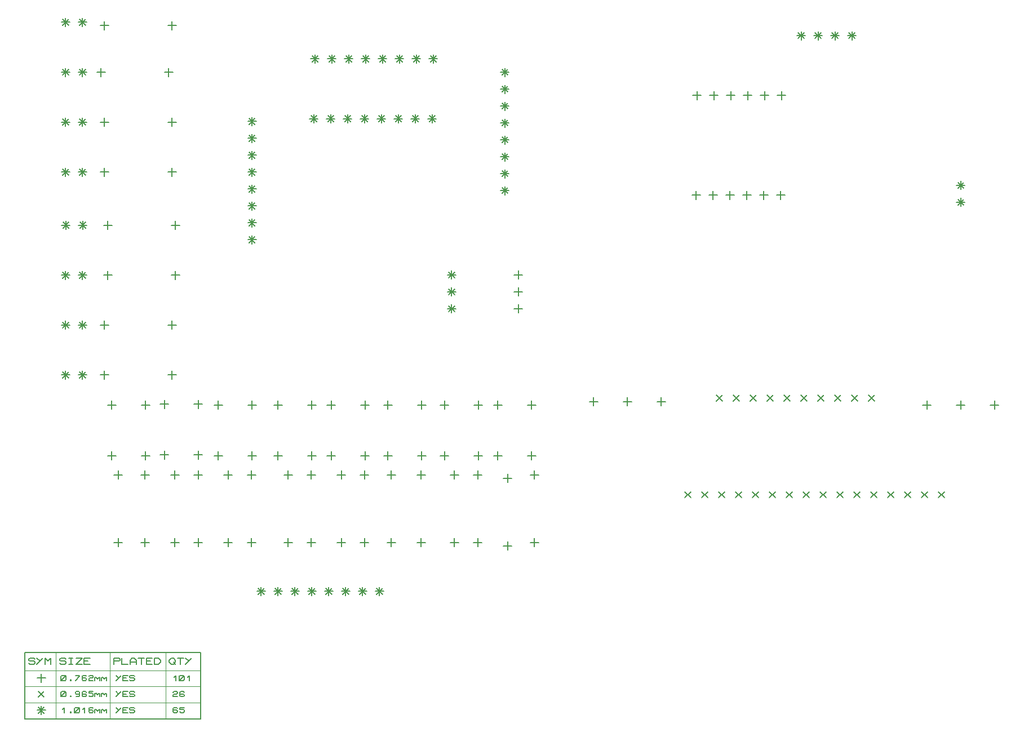
<source format=gbr>
G04 PROTEUS RS274X GERBER FILE*
%FSLAX45Y45*%
%MOMM*%
G01*
%ADD16C,0.203200*%
%ADD71C,0.127000*%
%ADD20C,0.063500*%
D16*
X+550000Y+9313500D02*
X+550000Y+9186500D01*
X+486500Y+9250000D02*
X+613500Y+9250000D01*
X+505099Y+9294901D02*
X+594901Y+9205099D01*
X+505099Y+9205099D02*
X+594901Y+9294901D01*
X+804000Y+9313500D02*
X+804000Y+9186500D01*
X+740500Y+9250000D02*
X+867500Y+9250000D01*
X+759099Y+9294901D02*
X+848901Y+9205099D01*
X+759099Y+9205099D02*
X+848901Y+9294901D01*
X+550000Y+8563500D02*
X+550000Y+8436500D01*
X+486500Y+8500000D02*
X+613500Y+8500000D01*
X+505099Y+8544901D02*
X+594901Y+8455099D01*
X+505099Y+8455099D02*
X+594901Y+8544901D01*
X+804000Y+8563500D02*
X+804000Y+8436500D01*
X+740500Y+8500000D02*
X+867500Y+8500000D01*
X+759099Y+8544901D02*
X+848901Y+8455099D01*
X+759099Y+8455099D02*
X+848901Y+8544901D01*
X+550000Y+7813500D02*
X+550000Y+7686500D01*
X+486500Y+7750000D02*
X+613500Y+7750000D01*
X+505099Y+7794901D02*
X+594901Y+7705099D01*
X+505099Y+7705099D02*
X+594901Y+7794901D01*
X+804000Y+7813500D02*
X+804000Y+7686500D01*
X+740500Y+7750000D02*
X+867500Y+7750000D01*
X+759099Y+7794901D02*
X+848901Y+7705099D01*
X+759099Y+7705099D02*
X+848901Y+7794901D01*
X+550000Y+7063500D02*
X+550000Y+6936500D01*
X+486500Y+7000000D02*
X+613500Y+7000000D01*
X+505099Y+7044901D02*
X+594901Y+6955099D01*
X+505099Y+6955099D02*
X+594901Y+7044901D01*
X+804000Y+7063500D02*
X+804000Y+6936500D01*
X+740500Y+7000000D02*
X+867500Y+7000000D01*
X+759099Y+7044901D02*
X+848901Y+6955099D01*
X+759099Y+6955099D02*
X+848901Y+7044901D01*
X+554000Y+6263500D02*
X+554000Y+6136500D01*
X+490500Y+6200000D02*
X+617500Y+6200000D01*
X+509099Y+6244901D02*
X+598901Y+6155099D01*
X+509099Y+6155099D02*
X+598901Y+6244901D01*
X+808000Y+6263500D02*
X+808000Y+6136500D01*
X+744500Y+6200000D02*
X+871500Y+6200000D01*
X+763099Y+6244901D02*
X+852901Y+6155099D01*
X+763099Y+6155099D02*
X+852901Y+6244901D01*
X+550000Y+5513500D02*
X+550000Y+5386500D01*
X+486500Y+5450000D02*
X+613500Y+5450000D01*
X+505099Y+5494901D02*
X+594901Y+5405099D01*
X+505099Y+5405099D02*
X+594901Y+5494901D01*
X+804000Y+5513500D02*
X+804000Y+5386500D01*
X+740500Y+5450000D02*
X+867500Y+5450000D01*
X+759099Y+5494901D02*
X+848901Y+5405099D01*
X+759099Y+5405099D02*
X+848901Y+5494901D01*
X+550000Y+4763500D02*
X+550000Y+4636500D01*
X+486500Y+4700000D02*
X+613500Y+4700000D01*
X+505099Y+4744901D02*
X+594901Y+4655099D01*
X+505099Y+4655099D02*
X+594901Y+4744901D01*
X+804000Y+4763500D02*
X+804000Y+4636500D01*
X+740500Y+4700000D02*
X+867500Y+4700000D01*
X+759099Y+4744901D02*
X+848901Y+4655099D01*
X+759099Y+4655099D02*
X+848901Y+4744901D01*
X+550000Y+4013500D02*
X+550000Y+3886500D01*
X+486500Y+3950000D02*
X+613500Y+3950000D01*
X+505099Y+3994901D02*
X+594901Y+3905099D01*
X+505099Y+3905099D02*
X+594901Y+3994901D01*
X+804000Y+4013500D02*
X+804000Y+3886500D01*
X+740500Y+3950000D02*
X+867500Y+3950000D01*
X+759099Y+3994901D02*
X+848901Y+3905099D01*
X+759099Y+3905099D02*
X+848901Y+3994901D01*
X+10021300Y+6714900D02*
X+10021300Y+6587900D01*
X+9957800Y+6651400D02*
X+10084800Y+6651400D01*
X+10275300Y+6714900D02*
X+10275300Y+6587900D01*
X+10211800Y+6651400D02*
X+10338800Y+6651400D01*
X+10529300Y+6714900D02*
X+10529300Y+6587900D01*
X+10465800Y+6651400D02*
X+10592800Y+6651400D01*
X+10783300Y+6714900D02*
X+10783300Y+6587900D01*
X+10719800Y+6651400D02*
X+10846800Y+6651400D01*
X+11037300Y+6714900D02*
X+11037300Y+6587900D01*
X+10973800Y+6651400D02*
X+11100800Y+6651400D01*
X+11291300Y+6714900D02*
X+11291300Y+6587900D01*
X+11227800Y+6651400D02*
X+11354800Y+6651400D01*
X+10034000Y+8213500D02*
X+10034000Y+8086500D01*
X+9970500Y+8150000D02*
X+10097500Y+8150000D01*
X+10288000Y+8213500D02*
X+10288000Y+8086500D01*
X+10224500Y+8150000D02*
X+10351500Y+8150000D01*
X+10542000Y+8213500D02*
X+10542000Y+8086500D01*
X+10478500Y+8150000D02*
X+10605500Y+8150000D01*
X+10796000Y+8213500D02*
X+10796000Y+8086500D01*
X+10732500Y+8150000D02*
X+10859500Y+8150000D01*
X+11050000Y+8213500D02*
X+11050000Y+8086500D01*
X+10986500Y+8150000D02*
X+11113500Y+8150000D01*
X+11304000Y+8213500D02*
X+11304000Y+8086500D01*
X+11240500Y+8150000D02*
X+11367500Y+8150000D01*
X+7150000Y+8563500D02*
X+7150000Y+8436500D01*
X+7086500Y+8500000D02*
X+7213500Y+8500000D01*
X+7105099Y+8544901D02*
X+7194901Y+8455099D01*
X+7105099Y+8455099D02*
X+7194901Y+8544901D01*
X+7150000Y+8309500D02*
X+7150000Y+8182500D01*
X+7086500Y+8246000D02*
X+7213500Y+8246000D01*
X+7105099Y+8290901D02*
X+7194901Y+8201099D01*
X+7105099Y+8201099D02*
X+7194901Y+8290901D01*
X+7150000Y+8055500D02*
X+7150000Y+7928500D01*
X+7086500Y+7992000D02*
X+7213500Y+7992000D01*
X+7105099Y+8036901D02*
X+7194901Y+7947099D01*
X+7105099Y+7947099D02*
X+7194901Y+8036901D01*
X+7150000Y+7801500D02*
X+7150000Y+7674500D01*
X+7086500Y+7738000D02*
X+7213500Y+7738000D01*
X+7105099Y+7782901D02*
X+7194901Y+7693099D01*
X+7105099Y+7693099D02*
X+7194901Y+7782901D01*
X+7150000Y+7547500D02*
X+7150000Y+7420500D01*
X+7086500Y+7484000D02*
X+7213500Y+7484000D01*
X+7105099Y+7528901D02*
X+7194901Y+7439099D01*
X+7105099Y+7439099D02*
X+7194901Y+7528901D01*
X+7150000Y+7293500D02*
X+7150000Y+7166500D01*
X+7086500Y+7230000D02*
X+7213500Y+7230000D01*
X+7105099Y+7274901D02*
X+7194901Y+7185099D01*
X+7105099Y+7185099D02*
X+7194901Y+7274901D01*
X+7150000Y+7039500D02*
X+7150000Y+6912500D01*
X+7086500Y+6976000D02*
X+7213500Y+6976000D01*
X+7105099Y+7020901D02*
X+7194901Y+6931099D01*
X+7105099Y+6931099D02*
X+7194901Y+7020901D01*
X+7150000Y+6785500D02*
X+7150000Y+6658500D01*
X+7086500Y+6722000D02*
X+7213500Y+6722000D01*
X+7105099Y+6766901D02*
X+7194901Y+6677099D01*
X+7105099Y+6677099D02*
X+7194901Y+6766901D01*
X+11600000Y+9113500D02*
X+11600000Y+8986500D01*
X+11536500Y+9050000D02*
X+11663500Y+9050000D01*
X+11555099Y+9094901D02*
X+11644901Y+9005099D01*
X+11555099Y+9005099D02*
X+11644901Y+9094901D01*
X+11854000Y+9113500D02*
X+11854000Y+8986500D01*
X+11790500Y+9050000D02*
X+11917500Y+9050000D01*
X+11809099Y+9094901D02*
X+11898901Y+9005099D01*
X+11809099Y+9005099D02*
X+11898901Y+9094901D01*
X+12108000Y+9113500D02*
X+12108000Y+8986500D01*
X+12044500Y+9050000D02*
X+12171500Y+9050000D01*
X+12063099Y+9094901D02*
X+12152901Y+9005099D01*
X+12063099Y+9005099D02*
X+12152901Y+9094901D01*
X+12362000Y+9113500D02*
X+12362000Y+8986500D01*
X+12298500Y+9050000D02*
X+12425500Y+9050000D01*
X+12317099Y+9094901D02*
X+12406901Y+9005099D01*
X+12317099Y+9005099D02*
X+12406901Y+9094901D01*
X+6058000Y+7863500D02*
X+6058000Y+7736500D01*
X+5994500Y+7800000D02*
X+6121500Y+7800000D01*
X+6013099Y+7844901D02*
X+6102901Y+7755099D01*
X+6013099Y+7755099D02*
X+6102901Y+7844901D01*
X+5804000Y+7863500D02*
X+5804000Y+7736500D01*
X+5740500Y+7800000D02*
X+5867500Y+7800000D01*
X+5759099Y+7844901D02*
X+5848901Y+7755099D01*
X+5759099Y+7755099D02*
X+5848901Y+7844901D01*
X+5550000Y+7863500D02*
X+5550000Y+7736500D01*
X+5486500Y+7800000D02*
X+5613500Y+7800000D01*
X+5505099Y+7844901D02*
X+5594901Y+7755099D01*
X+5505099Y+7755099D02*
X+5594901Y+7844901D01*
X+5296000Y+7863500D02*
X+5296000Y+7736500D01*
X+5232500Y+7800000D02*
X+5359500Y+7800000D01*
X+5251099Y+7844901D02*
X+5340901Y+7755099D01*
X+5251099Y+7755099D02*
X+5340901Y+7844901D01*
X+5042000Y+7863500D02*
X+5042000Y+7736500D01*
X+4978500Y+7800000D02*
X+5105500Y+7800000D01*
X+4997099Y+7844901D02*
X+5086901Y+7755099D01*
X+4997099Y+7755099D02*
X+5086901Y+7844901D01*
X+4788000Y+7863500D02*
X+4788000Y+7736500D01*
X+4724500Y+7800000D02*
X+4851500Y+7800000D01*
X+4743099Y+7844901D02*
X+4832901Y+7755099D01*
X+4743099Y+7755099D02*
X+4832901Y+7844901D01*
X+4534000Y+7863500D02*
X+4534000Y+7736500D01*
X+4470500Y+7800000D02*
X+4597500Y+7800000D01*
X+4489099Y+7844901D02*
X+4578901Y+7755099D01*
X+4489099Y+7755099D02*
X+4578901Y+7844901D01*
X+4280000Y+7863500D02*
X+4280000Y+7736500D01*
X+4216500Y+7800000D02*
X+4343500Y+7800000D01*
X+4235099Y+7844901D02*
X+4324901Y+7755099D01*
X+4235099Y+7755099D02*
X+4324901Y+7844901D01*
X+4296000Y+8763500D02*
X+4296000Y+8636500D01*
X+4232500Y+8700000D02*
X+4359500Y+8700000D01*
X+4251099Y+8744901D02*
X+4340901Y+8655099D01*
X+4251099Y+8655099D02*
X+4340901Y+8744901D01*
X+4550000Y+8763500D02*
X+4550000Y+8636500D01*
X+4486500Y+8700000D02*
X+4613500Y+8700000D01*
X+4505099Y+8744901D02*
X+4594901Y+8655099D01*
X+4505099Y+8655099D02*
X+4594901Y+8744901D01*
X+4804000Y+8763500D02*
X+4804000Y+8636500D01*
X+4740500Y+8700000D02*
X+4867500Y+8700000D01*
X+4759099Y+8744901D02*
X+4848901Y+8655099D01*
X+4759099Y+8655099D02*
X+4848901Y+8744901D01*
X+5058000Y+8763500D02*
X+5058000Y+8636500D01*
X+4994500Y+8700000D02*
X+5121500Y+8700000D01*
X+5013099Y+8744901D02*
X+5102901Y+8655099D01*
X+5013099Y+8655099D02*
X+5102901Y+8744901D01*
X+5312000Y+8763500D02*
X+5312000Y+8636500D01*
X+5248500Y+8700000D02*
X+5375500Y+8700000D01*
X+5267099Y+8744901D02*
X+5356901Y+8655099D01*
X+5267099Y+8655099D02*
X+5356901Y+8744901D01*
X+5566000Y+8763500D02*
X+5566000Y+8636500D01*
X+5502500Y+8700000D02*
X+5629500Y+8700000D01*
X+5521099Y+8744901D02*
X+5610901Y+8655099D01*
X+5521099Y+8655099D02*
X+5610901Y+8744901D01*
X+5820000Y+8763500D02*
X+5820000Y+8636500D01*
X+5756500Y+8700000D02*
X+5883500Y+8700000D01*
X+5775099Y+8744901D02*
X+5864901Y+8655099D01*
X+5775099Y+8655099D02*
X+5864901Y+8744901D01*
X+6074000Y+8763500D02*
X+6074000Y+8636500D01*
X+6010500Y+8700000D02*
X+6137500Y+8700000D01*
X+6029099Y+8744901D02*
X+6118901Y+8655099D01*
X+6029099Y+8655099D02*
X+6118901Y+8744901D01*
X+9851099Y+2194901D02*
X+9940901Y+2105099D01*
X+9851099Y+2105099D02*
X+9940901Y+2194901D01*
X+10105099Y+2194901D02*
X+10194901Y+2105099D01*
X+10105099Y+2105099D02*
X+10194901Y+2194901D01*
X+10359099Y+2194901D02*
X+10448901Y+2105099D01*
X+10359099Y+2105099D02*
X+10448901Y+2194901D01*
X+10613099Y+2194901D02*
X+10702901Y+2105099D01*
X+10613099Y+2105099D02*
X+10702901Y+2194901D01*
X+10867099Y+2194901D02*
X+10956901Y+2105099D01*
X+10867099Y+2105099D02*
X+10956901Y+2194901D01*
X+11121099Y+2194901D02*
X+11210901Y+2105099D01*
X+11121099Y+2105099D02*
X+11210901Y+2194901D01*
X+11375099Y+2194901D02*
X+11464901Y+2105099D01*
X+11375099Y+2105099D02*
X+11464901Y+2194901D01*
X+11629099Y+2194901D02*
X+11718901Y+2105099D01*
X+11629099Y+2105099D02*
X+11718901Y+2194901D01*
X+11883099Y+2194901D02*
X+11972901Y+2105099D01*
X+11883099Y+2105099D02*
X+11972901Y+2194901D01*
X+12137099Y+2194901D02*
X+12226901Y+2105099D01*
X+12137099Y+2105099D02*
X+12226901Y+2194901D01*
X+12391099Y+2194901D02*
X+12480901Y+2105099D01*
X+12391099Y+2105099D02*
X+12480901Y+2194901D01*
X+12645099Y+2194901D02*
X+12734901Y+2105099D01*
X+12645099Y+2105099D02*
X+12734901Y+2194901D01*
X+12899099Y+2194901D02*
X+12988901Y+2105099D01*
X+12899099Y+2105099D02*
X+12988901Y+2194901D01*
X+13153099Y+2194901D02*
X+13242901Y+2105099D01*
X+13153099Y+2105099D02*
X+13242901Y+2194901D01*
X+13407099Y+2194901D02*
X+13496901Y+2105099D01*
X+13407099Y+2105099D02*
X+13496901Y+2194901D01*
X+13661099Y+2194901D02*
X+13750901Y+2105099D01*
X+13661099Y+2105099D02*
X+13750901Y+2194901D01*
X+12613099Y+3644901D02*
X+12702901Y+3555099D01*
X+12613099Y+3555099D02*
X+12702901Y+3644901D01*
X+12359099Y+3644901D02*
X+12448901Y+3555099D01*
X+12359099Y+3555099D02*
X+12448901Y+3644901D01*
X+12105099Y+3644901D02*
X+12194901Y+3555099D01*
X+12105099Y+3555099D02*
X+12194901Y+3644901D01*
X+11851099Y+3644901D02*
X+11940901Y+3555099D01*
X+11851099Y+3555099D02*
X+11940901Y+3644901D01*
X+11597099Y+3644901D02*
X+11686901Y+3555099D01*
X+11597099Y+3555099D02*
X+11686901Y+3644901D01*
X+11343099Y+3644901D02*
X+11432901Y+3555099D01*
X+11343099Y+3555099D02*
X+11432901Y+3644901D01*
X+11089099Y+3644901D02*
X+11178901Y+3555099D01*
X+11089099Y+3555099D02*
X+11178901Y+3644901D01*
X+10835099Y+3644901D02*
X+10924901Y+3555099D01*
X+10835099Y+3555099D02*
X+10924901Y+3644901D01*
X+10581099Y+3644901D02*
X+10670901Y+3555099D01*
X+10581099Y+3555099D02*
X+10670901Y+3644901D01*
X+10327099Y+3644901D02*
X+10416901Y+3555099D01*
X+10327099Y+3555099D02*
X+10416901Y+3644901D01*
X+14000000Y+6863500D02*
X+14000000Y+6736500D01*
X+13936500Y+6800000D02*
X+14063500Y+6800000D01*
X+13955099Y+6844901D02*
X+14044901Y+6755099D01*
X+13955099Y+6755099D02*
X+14044901Y+6844901D01*
X+14000000Y+6609500D02*
X+14000000Y+6482500D01*
X+13936500Y+6546000D02*
X+14063500Y+6546000D01*
X+13955099Y+6590901D02*
X+14044901Y+6501099D01*
X+13955099Y+6501099D02*
X+14044901Y+6590901D01*
X+6350000Y+5009500D02*
X+6350000Y+4882500D01*
X+6286500Y+4946000D02*
X+6413500Y+4946000D01*
X+6305099Y+4990901D02*
X+6394901Y+4901099D01*
X+6305099Y+4901099D02*
X+6394901Y+4990901D01*
X+6350000Y+5263500D02*
X+6350000Y+5136500D01*
X+6286500Y+5200000D02*
X+6413500Y+5200000D01*
X+6305099Y+5244901D02*
X+6394901Y+5155099D01*
X+6305099Y+5155099D02*
X+6394901Y+5244901D01*
X+6350000Y+5517500D02*
X+6350000Y+5390500D01*
X+6286500Y+5454000D02*
X+6413500Y+5454000D01*
X+6305099Y+5498901D02*
X+6394901Y+5409099D01*
X+6305099Y+5409099D02*
X+6394901Y+5498901D01*
X+3350000Y+7825500D02*
X+3350000Y+7698500D01*
X+3286500Y+7762000D02*
X+3413500Y+7762000D01*
X+3305099Y+7806901D02*
X+3394901Y+7717099D01*
X+3305099Y+7717099D02*
X+3394901Y+7806901D01*
X+3350000Y+7571500D02*
X+3350000Y+7444500D01*
X+3286500Y+7508000D02*
X+3413500Y+7508000D01*
X+3305099Y+7552901D02*
X+3394901Y+7463099D01*
X+3305099Y+7463099D02*
X+3394901Y+7552901D01*
X+3350000Y+7317500D02*
X+3350000Y+7190500D01*
X+3286500Y+7254000D02*
X+3413500Y+7254000D01*
X+3305099Y+7298901D02*
X+3394901Y+7209099D01*
X+3305099Y+7209099D02*
X+3394901Y+7298901D01*
X+3350000Y+7063500D02*
X+3350000Y+6936500D01*
X+3286500Y+7000000D02*
X+3413500Y+7000000D01*
X+3305099Y+7044901D02*
X+3394901Y+6955099D01*
X+3305099Y+6955099D02*
X+3394901Y+7044901D01*
X+3350000Y+6809500D02*
X+3350000Y+6682500D01*
X+3286500Y+6746000D02*
X+3413500Y+6746000D01*
X+3305099Y+6790901D02*
X+3394901Y+6701099D01*
X+3305099Y+6701099D02*
X+3394901Y+6790901D01*
X+3350000Y+6555500D02*
X+3350000Y+6428500D01*
X+3286500Y+6492000D02*
X+3413500Y+6492000D01*
X+3305099Y+6536901D02*
X+3394901Y+6447099D01*
X+3305099Y+6447099D02*
X+3394901Y+6536901D01*
X+3350000Y+6301500D02*
X+3350000Y+6174500D01*
X+3286500Y+6238000D02*
X+3413500Y+6238000D01*
X+3305099Y+6282901D02*
X+3394901Y+6193099D01*
X+3305099Y+6193099D02*
X+3394901Y+6282901D01*
X+3350000Y+6047500D02*
X+3350000Y+5920500D01*
X+3286500Y+5984000D02*
X+3413500Y+5984000D01*
X+3305099Y+6028901D02*
X+3394901Y+5939099D01*
X+3305099Y+5939099D02*
X+3394901Y+6028901D01*
X+5266000Y+763500D02*
X+5266000Y+636500D01*
X+5202500Y+700000D02*
X+5329500Y+700000D01*
X+5221099Y+744901D02*
X+5310901Y+655099D01*
X+5221099Y+655099D02*
X+5310901Y+744901D01*
X+5012000Y+763500D02*
X+5012000Y+636500D01*
X+4948500Y+700000D02*
X+5075500Y+700000D01*
X+4967099Y+744901D02*
X+5056901Y+655099D01*
X+4967099Y+655099D02*
X+5056901Y+744901D01*
X+4758000Y+763500D02*
X+4758000Y+636500D01*
X+4694500Y+700000D02*
X+4821500Y+700000D01*
X+4713099Y+744901D02*
X+4802901Y+655099D01*
X+4713099Y+655099D02*
X+4802901Y+744901D01*
X+4504000Y+763500D02*
X+4504000Y+636500D01*
X+4440500Y+700000D02*
X+4567500Y+700000D01*
X+4459099Y+744901D02*
X+4548901Y+655099D01*
X+4459099Y+655099D02*
X+4548901Y+744901D01*
X+4250000Y+763500D02*
X+4250000Y+636500D01*
X+4186500Y+700000D02*
X+4313500Y+700000D01*
X+4205099Y+744901D02*
X+4294901Y+655099D01*
X+4205099Y+655099D02*
X+4294901Y+744901D01*
X+3996000Y+763500D02*
X+3996000Y+636500D01*
X+3932500Y+700000D02*
X+4059500Y+700000D01*
X+3951099Y+744901D02*
X+4040901Y+655099D01*
X+3951099Y+655099D02*
X+4040901Y+744901D01*
X+3742000Y+763500D02*
X+3742000Y+636500D01*
X+3678500Y+700000D02*
X+3805500Y+700000D01*
X+3697099Y+744901D02*
X+3786901Y+655099D01*
X+3697099Y+655099D02*
X+3786901Y+744901D01*
X+3488000Y+763500D02*
X+3488000Y+636500D01*
X+3424500Y+700000D02*
X+3551500Y+700000D01*
X+3443099Y+744901D02*
X+3532901Y+655099D01*
X+3443099Y+655099D02*
X+3532901Y+744901D01*
X+1242000Y+3563500D02*
X+1242000Y+3436500D01*
X+1178500Y+3500000D02*
X+1305500Y+3500000D01*
X+1750000Y+3563500D02*
X+1750000Y+3436500D01*
X+1686500Y+3500000D02*
X+1813500Y+3500000D01*
X+1242000Y+2801500D02*
X+1242000Y+2674500D01*
X+1178500Y+2738000D02*
X+1305500Y+2738000D01*
X+1750000Y+2801500D02*
X+1750000Y+2674500D01*
X+1686500Y+2738000D02*
X+1813500Y+2738000D01*
X+2034000Y+3575500D02*
X+2034000Y+3448500D01*
X+1970500Y+3512000D02*
X+2097500Y+3512000D01*
X+2542000Y+3575500D02*
X+2542000Y+3448500D01*
X+2478500Y+3512000D02*
X+2605500Y+3512000D01*
X+2034000Y+2813500D02*
X+2034000Y+2686500D01*
X+1970500Y+2750000D02*
X+2097500Y+2750000D01*
X+2542000Y+2813500D02*
X+2542000Y+2686500D01*
X+2478500Y+2750000D02*
X+2605500Y+2750000D01*
X+2842000Y+3563500D02*
X+2842000Y+3436500D01*
X+2778500Y+3500000D02*
X+2905500Y+3500000D01*
X+3350000Y+3563500D02*
X+3350000Y+3436500D01*
X+3286500Y+3500000D02*
X+3413500Y+3500000D01*
X+2842000Y+2801500D02*
X+2842000Y+2674500D01*
X+2778500Y+2738000D02*
X+2905500Y+2738000D01*
X+3350000Y+2801500D02*
X+3350000Y+2674500D01*
X+3286500Y+2738000D02*
X+3413500Y+2738000D01*
X+3742000Y+3563500D02*
X+3742000Y+3436500D01*
X+3678500Y+3500000D02*
X+3805500Y+3500000D01*
X+4250000Y+3563500D02*
X+4250000Y+3436500D01*
X+4186500Y+3500000D02*
X+4313500Y+3500000D01*
X+3742000Y+2801500D02*
X+3742000Y+2674500D01*
X+3678500Y+2738000D02*
X+3805500Y+2738000D01*
X+4250000Y+2801500D02*
X+4250000Y+2674500D01*
X+4186500Y+2738000D02*
X+4313500Y+2738000D01*
X+4542000Y+3563500D02*
X+4542000Y+3436500D01*
X+4478500Y+3500000D02*
X+4605500Y+3500000D01*
X+5050000Y+3563500D02*
X+5050000Y+3436500D01*
X+4986500Y+3500000D02*
X+5113500Y+3500000D01*
X+4542000Y+2801500D02*
X+4542000Y+2674500D01*
X+4478500Y+2738000D02*
X+4605500Y+2738000D01*
X+5050000Y+2801500D02*
X+5050000Y+2674500D01*
X+4986500Y+2738000D02*
X+5113500Y+2738000D01*
X+5392000Y+3563500D02*
X+5392000Y+3436500D01*
X+5328500Y+3500000D02*
X+5455500Y+3500000D01*
X+5900000Y+3563500D02*
X+5900000Y+3436500D01*
X+5836500Y+3500000D02*
X+5963500Y+3500000D01*
X+5392000Y+2801500D02*
X+5392000Y+2674500D01*
X+5328500Y+2738000D02*
X+5455500Y+2738000D01*
X+5900000Y+2801500D02*
X+5900000Y+2674500D01*
X+5836500Y+2738000D02*
X+5963500Y+2738000D01*
X+6242000Y+3563500D02*
X+6242000Y+3436500D01*
X+6178500Y+3500000D02*
X+6305500Y+3500000D01*
X+6750000Y+3563500D02*
X+6750000Y+3436500D01*
X+6686500Y+3500000D02*
X+6813500Y+3500000D01*
X+6242000Y+2801500D02*
X+6242000Y+2674500D01*
X+6178500Y+2738000D02*
X+6305500Y+2738000D01*
X+6750000Y+2801500D02*
X+6750000Y+2674500D01*
X+6686500Y+2738000D02*
X+6813500Y+2738000D01*
X+7042000Y+3563500D02*
X+7042000Y+3436500D01*
X+6978500Y+3500000D02*
X+7105500Y+3500000D01*
X+7550000Y+3563500D02*
X+7550000Y+3436500D01*
X+7486500Y+3500000D02*
X+7613500Y+3500000D01*
X+7042000Y+2801500D02*
X+7042000Y+2674500D01*
X+6978500Y+2738000D02*
X+7105500Y+2738000D01*
X+7550000Y+2801500D02*
X+7550000Y+2674500D01*
X+7486500Y+2738000D02*
X+7613500Y+2738000D01*
X+2150000Y+4013500D02*
X+2150000Y+3886500D01*
X+2086500Y+3950000D02*
X+2213500Y+3950000D01*
X+1134000Y+4013500D02*
X+1134000Y+3886500D01*
X+1070500Y+3950000D02*
X+1197500Y+3950000D01*
X+2150000Y+4763500D02*
X+2150000Y+4636500D01*
X+2086500Y+4700000D02*
X+2213500Y+4700000D01*
X+1134000Y+4763500D02*
X+1134000Y+4636500D01*
X+1070500Y+4700000D02*
X+1197500Y+4700000D01*
X+2200000Y+5513500D02*
X+2200000Y+5386500D01*
X+2136500Y+5450000D02*
X+2263500Y+5450000D01*
X+1184000Y+5513500D02*
X+1184000Y+5386500D01*
X+1120500Y+5450000D02*
X+1247500Y+5450000D01*
X+2200000Y+6263500D02*
X+2200000Y+6136500D01*
X+2136500Y+6200000D02*
X+2263500Y+6200000D01*
X+1184000Y+6263500D02*
X+1184000Y+6136500D01*
X+1120500Y+6200000D02*
X+1247500Y+6200000D01*
X+2150000Y+7063500D02*
X+2150000Y+6936500D01*
X+2086500Y+7000000D02*
X+2213500Y+7000000D01*
X+1134000Y+7063500D02*
X+1134000Y+6936500D01*
X+1070500Y+7000000D02*
X+1197500Y+7000000D01*
X+2150000Y+7813500D02*
X+2150000Y+7686500D01*
X+2086500Y+7750000D02*
X+2213500Y+7750000D01*
X+1134000Y+7813500D02*
X+1134000Y+7686500D01*
X+1070500Y+7750000D02*
X+1197500Y+7750000D01*
X+2100000Y+8563500D02*
X+2100000Y+8436500D01*
X+2036500Y+8500000D02*
X+2163500Y+8500000D01*
X+1084000Y+8563500D02*
X+1084000Y+8436500D01*
X+1020500Y+8500000D02*
X+1147500Y+8500000D01*
X+2150000Y+9263500D02*
X+2150000Y+9136500D01*
X+2086500Y+9200000D02*
X+2213500Y+9200000D01*
X+1134000Y+9263500D02*
X+1134000Y+9136500D01*
X+1070500Y+9200000D02*
X+1197500Y+9200000D01*
X+7192000Y+2463500D02*
X+7192000Y+2336500D01*
X+7128500Y+2400000D02*
X+7255500Y+2400000D01*
X+7192000Y+1447500D02*
X+7192000Y+1320500D01*
X+7128500Y+1384000D02*
X+7255500Y+1384000D01*
X+6392000Y+2513500D02*
X+6392000Y+2386500D01*
X+6328500Y+2450000D02*
X+6455500Y+2450000D01*
X+6392000Y+1497500D02*
X+6392000Y+1370500D01*
X+6328500Y+1434000D02*
X+6455500Y+1434000D01*
X+5892000Y+2513500D02*
X+5892000Y+2386500D01*
X+5828500Y+2450000D02*
X+5955500Y+2450000D01*
X+5892000Y+1497500D02*
X+5892000Y+1370500D01*
X+5828500Y+1434000D02*
X+5955500Y+1434000D01*
X+5042000Y+2513500D02*
X+5042000Y+2386500D01*
X+4978500Y+2450000D02*
X+5105500Y+2450000D01*
X+5042000Y+1497500D02*
X+5042000Y+1370500D01*
X+4978500Y+1434000D02*
X+5105500Y+1434000D01*
X+4242000Y+2513500D02*
X+4242000Y+2386500D01*
X+4178500Y+2450000D02*
X+4305500Y+2450000D01*
X+4242000Y+1497500D02*
X+4242000Y+1370500D01*
X+4178500Y+1434000D02*
X+4305500Y+1434000D01*
X+3342000Y+2513500D02*
X+3342000Y+2386500D01*
X+3278500Y+2450000D02*
X+3405500Y+2450000D01*
X+3342000Y+1497500D02*
X+3342000Y+1370500D01*
X+3278500Y+1434000D02*
X+3405500Y+1434000D01*
X+2542000Y+2513500D02*
X+2542000Y+2386500D01*
X+2478500Y+2450000D02*
X+2605500Y+2450000D01*
X+2542000Y+1497500D02*
X+2542000Y+1370500D01*
X+2478500Y+1434000D02*
X+2605500Y+1434000D01*
X+1342000Y+2513500D02*
X+1342000Y+2386500D01*
X+1278500Y+2450000D02*
X+1405500Y+2450000D01*
X+1342000Y+1497500D02*
X+1342000Y+1370500D01*
X+1278500Y+1434000D02*
X+1405500Y+1434000D01*
X+1742000Y+2513500D02*
X+1742000Y+2386500D01*
X+1678500Y+2450000D02*
X+1805500Y+2450000D01*
X+1742000Y+1497500D02*
X+1742000Y+1370500D01*
X+1678500Y+1434000D02*
X+1805500Y+1434000D01*
X+2192000Y+2513500D02*
X+2192000Y+2386500D01*
X+2128500Y+2450000D02*
X+2255500Y+2450000D01*
X+2192000Y+1497500D02*
X+2192000Y+1370500D01*
X+2128500Y+1434000D02*
X+2255500Y+1434000D01*
X+2992000Y+2513500D02*
X+2992000Y+2386500D01*
X+2928500Y+2450000D02*
X+3055500Y+2450000D01*
X+2992000Y+1497500D02*
X+2992000Y+1370500D01*
X+2928500Y+1434000D02*
X+3055500Y+1434000D01*
X+3892000Y+2513500D02*
X+3892000Y+2386500D01*
X+3828500Y+2450000D02*
X+3955500Y+2450000D01*
X+3892000Y+1497500D02*
X+3892000Y+1370500D01*
X+3828500Y+1434000D02*
X+3955500Y+1434000D01*
X+4692000Y+2513500D02*
X+4692000Y+2386500D01*
X+4628500Y+2450000D02*
X+4755500Y+2450000D01*
X+4692000Y+1497500D02*
X+4692000Y+1370500D01*
X+4628500Y+1434000D02*
X+4755500Y+1434000D01*
X+5442000Y+2513500D02*
X+5442000Y+2386500D01*
X+5378500Y+2450000D02*
X+5505500Y+2450000D01*
X+5442000Y+1497500D02*
X+5442000Y+1370500D01*
X+5378500Y+1434000D02*
X+5505500Y+1434000D01*
X+6742000Y+2513500D02*
X+6742000Y+2386500D01*
X+6678500Y+2450000D02*
X+6805500Y+2450000D01*
X+6742000Y+1497500D02*
X+6742000Y+1370500D01*
X+6678500Y+1434000D02*
X+6805500Y+1434000D01*
X+7592000Y+2513500D02*
X+7592000Y+2386500D01*
X+7528500Y+2450000D02*
X+7655500Y+2450000D01*
X+7592000Y+1497500D02*
X+7592000Y+1370500D01*
X+7528500Y+1434000D02*
X+7655500Y+1434000D01*
X+8484000Y+3613500D02*
X+8484000Y+3486500D01*
X+8420500Y+3550000D02*
X+8547500Y+3550000D01*
X+8992000Y+3613500D02*
X+8992000Y+3486500D01*
X+8928500Y+3550000D02*
X+9055500Y+3550000D01*
X+9500000Y+3613500D02*
X+9500000Y+3486500D01*
X+9436500Y+3550000D02*
X+9563500Y+3550000D01*
X+13492000Y+3563500D02*
X+13492000Y+3436500D01*
X+13428500Y+3500000D02*
X+13555500Y+3500000D01*
X+14000000Y+3563500D02*
X+14000000Y+3436500D01*
X+13936500Y+3500000D02*
X+14063500Y+3500000D01*
X+14508000Y+3563500D02*
X+14508000Y+3436500D01*
X+14444500Y+3500000D02*
X+14571500Y+3500000D01*
X+7350000Y+5517500D02*
X+7350000Y+5390500D01*
X+7286500Y+5454000D02*
X+7413500Y+5454000D01*
X+7350000Y+5263500D02*
X+7350000Y+5136500D01*
X+7286500Y+5200000D02*
X+7413500Y+5200000D01*
X+7350000Y+5009500D02*
X+7350000Y+4882500D01*
X+7286500Y+4946000D02*
X+7413500Y+4946000D01*
D71*
X-62700Y-1220000D02*
X+2581440Y-1220000D01*
X+2581440Y-216700D01*
X-62700Y-216700D01*
X-62700Y-1220000D01*
D20*
X+404662Y-216700D02*
X+404662Y-1220000D01*
X+1217462Y-216700D02*
X+1217462Y-1220000D01*
X+2050582Y-216700D02*
X+2050582Y-1220000D01*
X-62700Y-489750D02*
X+2581440Y-489750D01*
X-62700Y-731050D02*
X+2581440Y-731050D01*
X-62700Y-972350D02*
X+2581440Y-972350D01*
D71*
X-5550Y-380530D02*
X+9690Y-395770D01*
X+70650Y-395770D01*
X+85890Y-380530D01*
X+85890Y-365290D01*
X+70650Y-350050D01*
X+9690Y-350050D01*
X-5550Y-334810D01*
X-5550Y-319570D01*
X+9690Y-304330D01*
X+70650Y-304330D01*
X+85890Y-319570D01*
X+207810Y-304330D02*
X+116370Y-395770D01*
X+116370Y-304330D02*
X+162090Y-350050D01*
X+238290Y-395770D02*
X+238290Y-304330D01*
X+284010Y-350050D01*
X+329730Y-304330D01*
X+329730Y-395770D01*
X+461810Y-380530D02*
X+477050Y-395770D01*
X+538010Y-395770D01*
X+553250Y-380530D01*
X+553250Y-365290D01*
X+538010Y-350050D01*
X+477050Y-350050D01*
X+461810Y-334810D01*
X+461810Y-319570D01*
X+477050Y-304330D01*
X+538010Y-304330D01*
X+553250Y-319570D01*
X+598970Y-304330D02*
X+659930Y-304330D01*
X+629450Y-304330D02*
X+629450Y-395770D01*
X+598970Y-395770D02*
X+659930Y-395770D01*
X+705650Y-304330D02*
X+797090Y-304330D01*
X+705650Y-395770D01*
X+797090Y-395770D01*
X+919010Y-395770D02*
X+827570Y-395770D01*
X+827570Y-304330D01*
X+919010Y-304330D01*
X+827570Y-350050D02*
X+888530Y-350050D01*
X+1274610Y-395770D02*
X+1274610Y-304330D01*
X+1350810Y-304330D01*
X+1366050Y-319570D01*
X+1366050Y-334810D01*
X+1350810Y-350050D01*
X+1274610Y-350050D01*
X+1396530Y-304330D02*
X+1396530Y-395770D01*
X+1487970Y-395770D01*
X+1518450Y-395770D02*
X+1518450Y-334810D01*
X+1548930Y-304330D01*
X+1579410Y-304330D01*
X+1609890Y-334810D01*
X+1609890Y-395770D01*
X+1518450Y-365290D02*
X+1609890Y-365290D01*
X+1640370Y-304330D02*
X+1731810Y-304330D01*
X+1686090Y-304330D02*
X+1686090Y-395770D01*
X+1853730Y-395770D02*
X+1762290Y-395770D01*
X+1762290Y-304330D01*
X+1853730Y-304330D01*
X+1762290Y-350050D02*
X+1823250Y-350050D01*
X+1884210Y-395770D02*
X+1884210Y-304330D01*
X+1945170Y-304330D01*
X+1975650Y-334810D01*
X+1975650Y-365290D01*
X+1945170Y-395770D01*
X+1884210Y-395770D01*
X+2107730Y-334810D02*
X+2138210Y-304330D01*
X+2168690Y-304330D01*
X+2199170Y-334810D01*
X+2199170Y-365290D01*
X+2168690Y-395770D01*
X+2138210Y-395770D01*
X+2107730Y-365290D01*
X+2107730Y-334810D01*
X+2168690Y-365290D02*
X+2199170Y-395770D01*
X+2229650Y-304330D02*
X+2321090Y-304330D01*
X+2275370Y-304330D02*
X+2275370Y-395770D01*
X+2443010Y-304330D02*
X+2351570Y-395770D01*
X+2351570Y-304330D02*
X+2397290Y-350050D01*
D16*
X+183680Y-540550D02*
X+183680Y-667550D01*
X+120180Y-604050D02*
X+247180Y-604050D01*
D71*
X+480860Y-629450D02*
X+480860Y-578650D01*
X+493560Y-565950D01*
X+544360Y-565950D01*
X+557060Y-578650D01*
X+557060Y-629450D01*
X+544360Y-642150D01*
X+493560Y-642150D01*
X+480860Y-629450D01*
X+480860Y-642150D02*
X+557060Y-565950D01*
X+620560Y-629450D02*
X+633260Y-629450D01*
X+633260Y-642150D01*
X+620560Y-642150D01*
X+620560Y-629450D01*
X+696760Y-565950D02*
X+760260Y-565950D01*
X+760260Y-578650D01*
X+696760Y-642150D01*
X+861860Y-578650D02*
X+849160Y-565950D01*
X+811060Y-565950D01*
X+798360Y-578650D01*
X+798360Y-629450D01*
X+811060Y-642150D01*
X+849160Y-642150D01*
X+861860Y-629450D01*
X+861860Y-616750D01*
X+849160Y-604050D01*
X+798360Y-604050D01*
X+899960Y-578650D02*
X+912660Y-565950D01*
X+950760Y-565950D01*
X+963460Y-578650D01*
X+963460Y-591350D01*
X+950760Y-604050D01*
X+912660Y-604050D01*
X+899960Y-616750D01*
X+899960Y-642150D01*
X+963460Y-642150D01*
X+988860Y-642150D02*
X+988860Y-591350D01*
X+988860Y-604050D02*
X+1001560Y-591350D01*
X+1026960Y-616750D01*
X+1052360Y-591350D01*
X+1065060Y-604050D01*
X+1065060Y-642150D01*
X+1090460Y-642150D02*
X+1090460Y-591350D01*
X+1090460Y-604050D02*
X+1103160Y-591350D01*
X+1128560Y-616750D01*
X+1153960Y-591350D01*
X+1166660Y-604050D01*
X+1166660Y-642150D01*
X+1382560Y-565950D02*
X+1306360Y-642150D01*
X+1306360Y-565950D02*
X+1344460Y-604050D01*
X+1484160Y-642150D02*
X+1407960Y-642150D01*
X+1407960Y-565950D01*
X+1484160Y-565950D01*
X+1407960Y-604050D02*
X+1458760Y-604050D01*
X+1509560Y-629450D02*
X+1522260Y-642150D01*
X+1573060Y-642150D01*
X+1585760Y-629450D01*
X+1585760Y-616750D01*
X+1573060Y-604050D01*
X+1522260Y-604050D01*
X+1509560Y-591350D01*
X+1509560Y-578650D01*
X+1522260Y-565950D01*
X+1573060Y-565950D01*
X+1585760Y-578650D01*
X+2177580Y-591350D02*
X+2202980Y-565950D01*
X+2202980Y-642150D01*
X+2253780Y-629450D02*
X+2253780Y-578650D01*
X+2266480Y-565950D01*
X+2317280Y-565950D01*
X+2329980Y-578650D01*
X+2329980Y-629450D01*
X+2317280Y-642150D01*
X+2266480Y-642150D01*
X+2253780Y-629450D01*
X+2253780Y-642150D02*
X+2329980Y-565950D01*
X+2380780Y-591350D02*
X+2406180Y-565950D01*
X+2406180Y-642150D01*
D16*
X+138779Y-800449D02*
X+228581Y-890251D01*
X+138779Y-890251D02*
X+228581Y-800449D01*
D71*
X+480860Y-870750D02*
X+480860Y-819950D01*
X+493560Y-807250D01*
X+544360Y-807250D01*
X+557060Y-819950D01*
X+557060Y-870750D01*
X+544360Y-883450D01*
X+493560Y-883450D01*
X+480860Y-870750D01*
X+480860Y-883450D02*
X+557060Y-807250D01*
X+620560Y-870750D02*
X+633260Y-870750D01*
X+633260Y-883450D01*
X+620560Y-883450D01*
X+620560Y-870750D01*
X+760260Y-832650D02*
X+747560Y-845350D01*
X+709460Y-845350D01*
X+696760Y-832650D01*
X+696760Y-819950D01*
X+709460Y-807250D01*
X+747560Y-807250D01*
X+760260Y-819950D01*
X+760260Y-870750D01*
X+747560Y-883450D01*
X+709460Y-883450D01*
X+861860Y-819950D02*
X+849160Y-807250D01*
X+811060Y-807250D01*
X+798360Y-819950D01*
X+798360Y-870750D01*
X+811060Y-883450D01*
X+849160Y-883450D01*
X+861860Y-870750D01*
X+861860Y-858050D01*
X+849160Y-845350D01*
X+798360Y-845350D01*
X+963460Y-807250D02*
X+899960Y-807250D01*
X+899960Y-832650D01*
X+950760Y-832650D01*
X+963460Y-845350D01*
X+963460Y-870750D01*
X+950760Y-883450D01*
X+912660Y-883450D01*
X+899960Y-870750D01*
X+988860Y-883450D02*
X+988860Y-832650D01*
X+988860Y-845350D02*
X+1001560Y-832650D01*
X+1026960Y-858050D01*
X+1052360Y-832650D01*
X+1065060Y-845350D01*
X+1065060Y-883450D01*
X+1090460Y-883450D02*
X+1090460Y-832650D01*
X+1090460Y-845350D02*
X+1103160Y-832650D01*
X+1128560Y-858050D01*
X+1153960Y-832650D01*
X+1166660Y-845350D01*
X+1166660Y-883450D01*
X+1382560Y-807250D02*
X+1306360Y-883450D01*
X+1306360Y-807250D02*
X+1344460Y-845350D01*
X+1484160Y-883450D02*
X+1407960Y-883450D01*
X+1407960Y-807250D01*
X+1484160Y-807250D01*
X+1407960Y-845350D02*
X+1458760Y-845350D01*
X+1509560Y-870750D02*
X+1522260Y-883450D01*
X+1573060Y-883450D01*
X+1585760Y-870750D01*
X+1585760Y-858050D01*
X+1573060Y-845350D01*
X+1522260Y-845350D01*
X+1509560Y-832650D01*
X+1509560Y-819950D01*
X+1522260Y-807250D01*
X+1573060Y-807250D01*
X+1585760Y-819950D01*
X+2164880Y-819950D02*
X+2177580Y-807250D01*
X+2215680Y-807250D01*
X+2228380Y-819950D01*
X+2228380Y-832650D01*
X+2215680Y-845350D01*
X+2177580Y-845350D01*
X+2164880Y-858050D01*
X+2164880Y-883450D01*
X+2228380Y-883450D01*
X+2329980Y-819950D02*
X+2317280Y-807250D01*
X+2279180Y-807250D01*
X+2266480Y-819950D01*
X+2266480Y-870750D01*
X+2279180Y-883450D01*
X+2317280Y-883450D01*
X+2329980Y-870750D01*
X+2329980Y-858050D01*
X+2317280Y-845350D01*
X+2266480Y-845350D01*
D16*
X+183680Y-1023150D02*
X+183680Y-1150150D01*
X+120180Y-1086650D02*
X+247180Y-1086650D01*
X+138779Y-1041749D02*
X+228581Y-1131551D01*
X+138779Y-1131551D02*
X+228581Y-1041749D01*
D71*
X+506260Y-1073950D02*
X+531660Y-1048550D01*
X+531660Y-1124750D01*
X+620560Y-1112050D02*
X+633260Y-1112050D01*
X+633260Y-1124750D01*
X+620560Y-1124750D01*
X+620560Y-1112050D01*
X+684060Y-1112050D02*
X+684060Y-1061250D01*
X+696760Y-1048550D01*
X+747560Y-1048550D01*
X+760260Y-1061250D01*
X+760260Y-1112050D01*
X+747560Y-1124750D01*
X+696760Y-1124750D01*
X+684060Y-1112050D01*
X+684060Y-1124750D02*
X+760260Y-1048550D01*
X+811060Y-1073950D02*
X+836460Y-1048550D01*
X+836460Y-1124750D01*
X+963460Y-1061250D02*
X+950760Y-1048550D01*
X+912660Y-1048550D01*
X+899960Y-1061250D01*
X+899960Y-1112050D01*
X+912660Y-1124750D01*
X+950760Y-1124750D01*
X+963460Y-1112050D01*
X+963460Y-1099350D01*
X+950760Y-1086650D01*
X+899960Y-1086650D01*
X+988860Y-1124750D02*
X+988860Y-1073950D01*
X+988860Y-1086650D02*
X+1001560Y-1073950D01*
X+1026960Y-1099350D01*
X+1052360Y-1073950D01*
X+1065060Y-1086650D01*
X+1065060Y-1124750D01*
X+1090460Y-1124750D02*
X+1090460Y-1073950D01*
X+1090460Y-1086650D02*
X+1103160Y-1073950D01*
X+1128560Y-1099350D01*
X+1153960Y-1073950D01*
X+1166660Y-1086650D01*
X+1166660Y-1124750D01*
X+1382560Y-1048550D02*
X+1306360Y-1124750D01*
X+1306360Y-1048550D02*
X+1344460Y-1086650D01*
X+1484160Y-1124750D02*
X+1407960Y-1124750D01*
X+1407960Y-1048550D01*
X+1484160Y-1048550D01*
X+1407960Y-1086650D02*
X+1458760Y-1086650D01*
X+1509560Y-1112050D02*
X+1522260Y-1124750D01*
X+1573060Y-1124750D01*
X+1585760Y-1112050D01*
X+1585760Y-1099350D01*
X+1573060Y-1086650D01*
X+1522260Y-1086650D01*
X+1509560Y-1073950D01*
X+1509560Y-1061250D01*
X+1522260Y-1048550D01*
X+1573060Y-1048550D01*
X+1585760Y-1061250D01*
X+2228380Y-1061250D02*
X+2215680Y-1048550D01*
X+2177580Y-1048550D01*
X+2164880Y-1061250D01*
X+2164880Y-1112050D01*
X+2177580Y-1124750D01*
X+2215680Y-1124750D01*
X+2228380Y-1112050D01*
X+2228380Y-1099350D01*
X+2215680Y-1086650D01*
X+2164880Y-1086650D01*
X+2329980Y-1048550D02*
X+2266480Y-1048550D01*
X+2266480Y-1073950D01*
X+2317280Y-1073950D01*
X+2329980Y-1086650D01*
X+2329980Y-1112050D01*
X+2317280Y-1124750D01*
X+2279180Y-1124750D01*
X+2266480Y-1112050D01*
M02*

</source>
